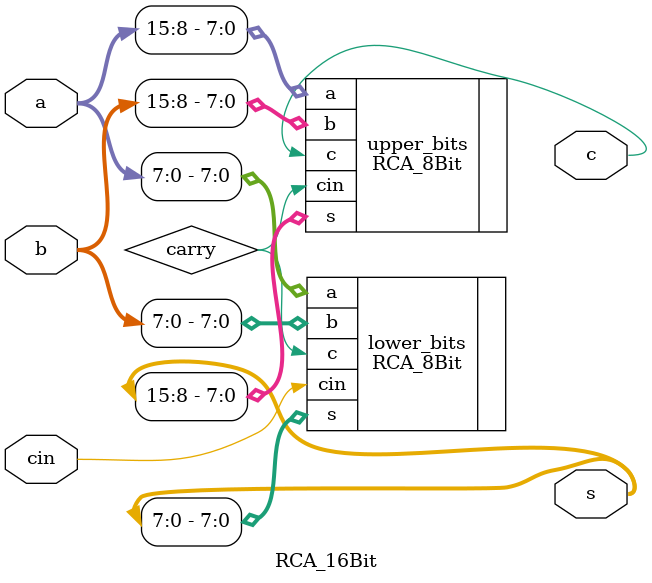
<source format=v>
`timescale 1ns / 1ps
module RCA_16Bit(a, b, cin, s, c);
	input [15:0] a;
	input [15:0] b;
	input cin;
	output [15:0] s;
	output c;
	
	wire carry;
	
	RCA_8Bit lower_bits(
		.a(a[7:0]),
		.b(b[7:0]),
		.cin(cin),
		.s(s[7:0]),
		.c(carry)
	);	
	
	RCA_8Bit upper_bits(
		.a(a[15:8]),
		.b(b[15:8]),
		.cin(carry),
		.s(s[15:8]),
		.c(c)
	);	

endmodule

</source>
